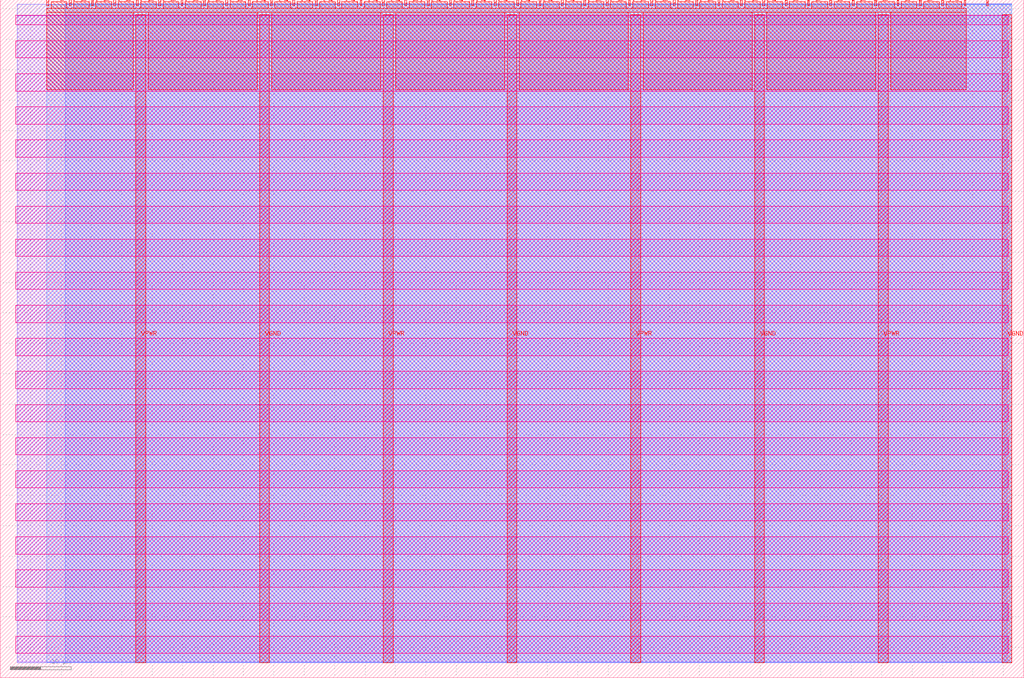
<source format=lef>
VERSION 5.7 ;
  NOWIREEXTENSIONATPIN ON ;
  DIVIDERCHAR "/" ;
  BUSBITCHARS "[]" ;
MACRO tt_um_factory_test
  CLASS BLOCK ;
  FOREIGN tt_um_factory_test ;
  ORIGIN 0.000 0.000 ;
  SIZE 168.360 BY 111.520 ;
  PIN VGND
    DIRECTION INOUT ;
    USE GROUND ;
    PORT
      LAYER met4 ;
        RECT 42.670 2.480 44.270 109.040 ;
    END
    PORT
      LAYER met4 ;
        RECT 83.380 2.480 84.980 109.040 ;
    END
    PORT
      LAYER met4 ;
        RECT 124.090 2.480 125.690 109.040 ;
    END
    PORT
      LAYER met4 ;
        RECT 164.800 2.480 166.400 109.040 ;
    END
  END VGND
  PIN VPWR
    DIRECTION INOUT ;
    USE POWER ;
    PORT
      LAYER met4 ;
        RECT 22.315 2.480 23.915 109.040 ;
    END
    PORT
      LAYER met4 ;
        RECT 63.025 2.480 64.625 109.040 ;
    END
    PORT
      LAYER met4 ;
        RECT 103.735 2.480 105.335 109.040 ;
    END
    PORT
      LAYER met4 ;
        RECT 144.445 2.480 146.045 109.040 ;
    END
  END VPWR
  PIN clk
    DIRECTION INPUT ;
    USE SIGNAL ;
    ANTENNAGATEAREA 0.852000 ;
    PORT
      LAYER met4 ;
        RECT 158.550 110.520 158.850 111.520 ;
    END
  END clk
  PIN ena
    DIRECTION INPUT ;
    USE SIGNAL ;
    PORT
      LAYER met4 ;
        RECT 162.230 110.520 162.530 111.520 ;
    END
  END ena
  PIN rst_n
    DIRECTION INPUT ;
    USE SIGNAL ;
    ANTENNAGATEAREA 0.196500 ;
    PORT
      LAYER met4 ;
        RECT 154.870 110.520 155.170 111.520 ;
    END
  END rst_n
  PIN ui_in[0]
    DIRECTION INPUT ;
    USE SIGNAL ;
    ANTENNAGATEAREA 0.196500 ;
    PORT
      LAYER met4 ;
        RECT 151.190 110.520 151.490 111.520 ;
    END
  END ui_in[0]
  PIN ui_in[1]
    DIRECTION INPUT ;
    USE SIGNAL ;
    PORT
      LAYER met4 ;
        RECT 147.510 110.520 147.810 111.520 ;
    END
  END ui_in[1]
  PIN ui_in[2]
    DIRECTION INPUT ;
    USE SIGNAL ;
    PORT
      LAYER met4 ;
        RECT 143.830 110.520 144.130 111.520 ;
    END
  END ui_in[2]
  PIN ui_in[3]
    DIRECTION INPUT ;
    USE SIGNAL ;
    PORT
      LAYER met4 ;
        RECT 140.150 110.520 140.450 111.520 ;
    END
  END ui_in[3]
  PIN ui_in[4]
    DIRECTION INPUT ;
    USE SIGNAL ;
    PORT
      LAYER met4 ;
        RECT 136.470 110.520 136.770 111.520 ;
    END
  END ui_in[4]
  PIN ui_in[5]
    DIRECTION INPUT ;
    USE SIGNAL ;
    PORT
      LAYER met4 ;
        RECT 132.790 110.520 133.090 111.520 ;
    END
  END ui_in[5]
  PIN ui_in[6]
    DIRECTION INPUT ;
    USE SIGNAL ;
    PORT
      LAYER met4 ;
        RECT 129.110 110.520 129.410 111.520 ;
    END
  END ui_in[6]
  PIN ui_in[7]
    DIRECTION INPUT ;
    USE SIGNAL ;
    PORT
      LAYER met4 ;
        RECT 125.430 110.520 125.730 111.520 ;
    END
  END ui_in[7]
  PIN uio_in[0]
    DIRECTION INPUT ;
    USE SIGNAL ;
    ANTENNAGATEAREA 0.196500 ;
    PORT
      LAYER met4 ;
        RECT 121.750 110.520 122.050 111.520 ;
    END
  END uio_in[0]
  PIN uio_in[1]
    DIRECTION INPUT ;
    USE SIGNAL ;
    ANTENNAGATEAREA 0.196500 ;
    PORT
      LAYER met4 ;
        RECT 118.070 110.520 118.370 111.520 ;
    END
  END uio_in[1]
  PIN uio_in[2]
    DIRECTION INPUT ;
    USE SIGNAL ;
    ANTENNAGATEAREA 0.196500 ;
    PORT
      LAYER met4 ;
        RECT 114.390 110.520 114.690 111.520 ;
    END
  END uio_in[2]
  PIN uio_in[3]
    DIRECTION INPUT ;
    USE SIGNAL ;
    ANTENNAGATEAREA 0.196500 ;
    PORT
      LAYER met4 ;
        RECT 110.710 110.520 111.010 111.520 ;
    END
  END uio_in[3]
  PIN uio_in[4]
    DIRECTION INPUT ;
    USE SIGNAL ;
    ANTENNAGATEAREA 0.196500 ;
    PORT
      LAYER met4 ;
        RECT 107.030 110.520 107.330 111.520 ;
    END
  END uio_in[4]
  PIN uio_in[5]
    DIRECTION INPUT ;
    USE SIGNAL ;
    ANTENNAGATEAREA 0.196500 ;
    PORT
      LAYER met4 ;
        RECT 103.350 110.520 103.650 111.520 ;
    END
  END uio_in[5]
  PIN uio_in[6]
    DIRECTION INPUT ;
    USE SIGNAL ;
    ANTENNAGATEAREA 0.196500 ;
    PORT
      LAYER met4 ;
        RECT 99.670 110.520 99.970 111.520 ;
    END
  END uio_in[6]
  PIN uio_in[7]
    DIRECTION INPUT ;
    USE SIGNAL ;
    ANTENNAGATEAREA 0.196500 ;
    PORT
      LAYER met4 ;
        RECT 95.990 110.520 96.290 111.520 ;
    END
  END uio_in[7]
  PIN uio_oe[0]
    DIRECTION OUTPUT TRISTATE ;
    USE SIGNAL ;
    ANTENNADIFFAREA 0.445500 ;
    PORT
      LAYER met4 ;
        RECT 33.430 110.520 33.730 111.520 ;
    END
  END uio_oe[0]
  PIN uio_oe[1]
    DIRECTION OUTPUT TRISTATE ;
    USE SIGNAL ;
    ANTENNADIFFAREA 0.445500 ;
    PORT
      LAYER met4 ;
        RECT 29.750 110.520 30.050 111.520 ;
    END
  END uio_oe[1]
  PIN uio_oe[2]
    DIRECTION OUTPUT TRISTATE ;
    USE SIGNAL ;
    ANTENNADIFFAREA 0.445500 ;
    PORT
      LAYER met4 ;
        RECT 26.070 110.520 26.370 111.520 ;
    END
  END uio_oe[2]
  PIN uio_oe[3]
    DIRECTION OUTPUT TRISTATE ;
    USE SIGNAL ;
    ANTENNADIFFAREA 0.445500 ;
    PORT
      LAYER met4 ;
        RECT 22.390 110.520 22.690 111.520 ;
    END
  END uio_oe[3]
  PIN uio_oe[4]
    DIRECTION OUTPUT TRISTATE ;
    USE SIGNAL ;
    ANTENNADIFFAREA 0.445500 ;
    PORT
      LAYER met4 ;
        RECT 18.710 110.520 19.010 111.520 ;
    END
  END uio_oe[4]
  PIN uio_oe[5]
    DIRECTION OUTPUT TRISTATE ;
    USE SIGNAL ;
    ANTENNADIFFAREA 0.445500 ;
    PORT
      LAYER met4 ;
        RECT 15.030 110.520 15.330 111.520 ;
    END
  END uio_oe[5]
  PIN uio_oe[6]
    DIRECTION OUTPUT TRISTATE ;
    USE SIGNAL ;
    ANTENNADIFFAREA 0.445500 ;
    PORT
      LAYER met4 ;
        RECT 11.350 110.520 11.650 111.520 ;
    END
  END uio_oe[6]
  PIN uio_oe[7]
    DIRECTION OUTPUT TRISTATE ;
    USE SIGNAL ;
    ANTENNADIFFAREA 0.445500 ;
    PORT
      LAYER met4 ;
        RECT 7.670 110.520 7.970 111.520 ;
    END
  END uio_oe[7]
  PIN uio_out[0]
    DIRECTION OUTPUT TRISTATE ;
    USE SIGNAL ;
    ANTENNADIFFAREA 0.445500 ;
    PORT
      LAYER met4 ;
        RECT 62.870 110.520 63.170 111.520 ;
    END
  END uio_out[0]
  PIN uio_out[1]
    DIRECTION OUTPUT TRISTATE ;
    USE SIGNAL ;
    ANTENNADIFFAREA 0.445500 ;
    PORT
      LAYER met4 ;
        RECT 59.190 110.520 59.490 111.520 ;
    END
  END uio_out[1]
  PIN uio_out[2]
    DIRECTION OUTPUT TRISTATE ;
    USE SIGNAL ;
    ANTENNADIFFAREA 0.445500 ;
    PORT
      LAYER met4 ;
        RECT 55.510 110.520 55.810 111.520 ;
    END
  END uio_out[2]
  PIN uio_out[3]
    DIRECTION OUTPUT TRISTATE ;
    USE SIGNAL ;
    ANTENNADIFFAREA 0.445500 ;
    PORT
      LAYER met4 ;
        RECT 51.830 110.520 52.130 111.520 ;
    END
  END uio_out[3]
  PIN uio_out[4]
    DIRECTION OUTPUT TRISTATE ;
    USE SIGNAL ;
    ANTENNADIFFAREA 0.445500 ;
    PORT
      LAYER met4 ;
        RECT 48.150 110.520 48.450 111.520 ;
    END
  END uio_out[4]
  PIN uio_out[5]
    DIRECTION OUTPUT TRISTATE ;
    USE SIGNAL ;
    ANTENNADIFFAREA 0.445500 ;
    PORT
      LAYER met4 ;
        RECT 44.470 110.520 44.770 111.520 ;
    END
  END uio_out[5]
  PIN uio_out[6]
    DIRECTION OUTPUT TRISTATE ;
    USE SIGNAL ;
    ANTENNADIFFAREA 0.795200 ;
    PORT
      LAYER met4 ;
        RECT 40.790 110.520 41.090 111.520 ;
    END
  END uio_out[6]
  PIN uio_out[7]
    DIRECTION OUTPUT TRISTATE ;
    USE SIGNAL ;
    ANTENNADIFFAREA 0.445500 ;
    PORT
      LAYER met4 ;
        RECT 37.110 110.520 37.410 111.520 ;
    END
  END uio_out[7]
  PIN uo_out[0]
    DIRECTION OUTPUT TRISTATE ;
    USE SIGNAL ;
    ANTENNADIFFAREA 0.795200 ;
    PORT
      LAYER met4 ;
        RECT 92.310 110.520 92.610 111.520 ;
    END
  END uo_out[0]
  PIN uo_out[1]
    DIRECTION OUTPUT TRISTATE ;
    USE SIGNAL ;
    ANTENNADIFFAREA 0.795200 ;
    PORT
      LAYER met4 ;
        RECT 88.630 110.520 88.930 111.520 ;
    END
  END uo_out[1]
  PIN uo_out[2]
    DIRECTION OUTPUT TRISTATE ;
    USE SIGNAL ;
    ANTENNADIFFAREA 0.795200 ;
    PORT
      LAYER met4 ;
        RECT 84.950 110.520 85.250 111.520 ;
    END
  END uo_out[2]
  PIN uo_out[3]
    DIRECTION OUTPUT TRISTATE ;
    USE SIGNAL ;
    ANTENNADIFFAREA 0.795200 ;
    PORT
      LAYER met4 ;
        RECT 81.270 110.520 81.570 111.520 ;
    END
  END uo_out[3]
  PIN uo_out[4]
    DIRECTION OUTPUT TRISTATE ;
    USE SIGNAL ;
    ANTENNADIFFAREA 0.445500 ;
    PORT
      LAYER met4 ;
        RECT 77.590 110.520 77.890 111.520 ;
    END
  END uo_out[4]
  PIN uo_out[5]
    DIRECTION OUTPUT TRISTATE ;
    USE SIGNAL ;
    ANTENNADIFFAREA 0.795200 ;
    PORT
      LAYER met4 ;
        RECT 73.910 110.520 74.210 111.520 ;
    END
  END uo_out[5]
  PIN uo_out[6]
    DIRECTION OUTPUT TRISTATE ;
    USE SIGNAL ;
    ANTENNADIFFAREA 0.795200 ;
    PORT
      LAYER met4 ;
        RECT 70.230 110.520 70.530 111.520 ;
    END
  END uo_out[6]
  PIN uo_out[7]
    DIRECTION OUTPUT TRISTATE ;
    USE SIGNAL ;
    ANTENNADIFFAREA 0.795200 ;
    PORT
      LAYER met4 ;
        RECT 66.550 110.520 66.850 111.520 ;
    END
  END uo_out[7]
  OBS
      LAYER nwell ;
        RECT 2.570 107.385 165.790 108.990 ;
        RECT 2.570 101.945 165.790 104.775 ;
        RECT 2.570 96.505 165.790 99.335 ;
        RECT 2.570 91.065 165.790 93.895 ;
        RECT 2.570 85.625 165.790 88.455 ;
        RECT 2.570 80.185 165.790 83.015 ;
        RECT 2.570 74.745 165.790 77.575 ;
        RECT 2.570 69.305 165.790 72.135 ;
        RECT 2.570 63.865 165.790 66.695 ;
        RECT 2.570 58.425 165.790 61.255 ;
        RECT 2.570 52.985 165.790 55.815 ;
        RECT 2.570 47.545 165.790 50.375 ;
        RECT 2.570 42.105 165.790 44.935 ;
        RECT 2.570 36.665 165.790 39.495 ;
        RECT 2.570 31.225 165.790 34.055 ;
        RECT 2.570 25.785 165.790 28.615 ;
        RECT 2.570 20.345 165.790 23.175 ;
        RECT 2.570 14.905 165.790 17.735 ;
        RECT 2.570 9.465 165.790 12.295 ;
        RECT 2.570 4.025 165.790 6.855 ;
      LAYER li1 ;
        RECT 2.760 2.635 165.600 108.885 ;
      LAYER met1 ;
        RECT 2.760 2.480 166.400 110.800 ;
      LAYER met2 ;
        RECT 10.670 2.535 166.370 110.830 ;
      LAYER met3 ;
        RECT 7.630 2.555 166.390 110.665 ;
      LAYER met4 ;
        RECT 8.370 110.120 10.950 111.170 ;
        RECT 12.050 110.120 14.630 111.170 ;
        RECT 15.730 110.120 18.310 111.170 ;
        RECT 19.410 110.120 21.990 111.170 ;
        RECT 23.090 110.120 25.670 111.170 ;
        RECT 26.770 110.120 29.350 111.170 ;
        RECT 30.450 110.120 33.030 111.170 ;
        RECT 34.130 110.120 36.710 111.170 ;
        RECT 37.810 110.120 40.390 111.170 ;
        RECT 41.490 110.120 44.070 111.170 ;
        RECT 45.170 110.120 47.750 111.170 ;
        RECT 48.850 110.120 51.430 111.170 ;
        RECT 52.530 110.120 55.110 111.170 ;
        RECT 56.210 110.120 58.790 111.170 ;
        RECT 59.890 110.120 62.470 111.170 ;
        RECT 63.570 110.120 66.150 111.170 ;
        RECT 67.250 110.120 69.830 111.170 ;
        RECT 70.930 110.120 73.510 111.170 ;
        RECT 74.610 110.120 77.190 111.170 ;
        RECT 78.290 110.120 80.870 111.170 ;
        RECT 81.970 110.120 84.550 111.170 ;
        RECT 85.650 110.120 88.230 111.170 ;
        RECT 89.330 110.120 91.910 111.170 ;
        RECT 93.010 110.120 95.590 111.170 ;
        RECT 96.690 110.120 99.270 111.170 ;
        RECT 100.370 110.120 102.950 111.170 ;
        RECT 104.050 110.120 106.630 111.170 ;
        RECT 107.730 110.120 110.310 111.170 ;
        RECT 111.410 110.120 113.990 111.170 ;
        RECT 115.090 110.120 117.670 111.170 ;
        RECT 118.770 110.120 121.350 111.170 ;
        RECT 122.450 110.120 125.030 111.170 ;
        RECT 126.130 110.120 128.710 111.170 ;
        RECT 129.810 110.120 132.390 111.170 ;
        RECT 133.490 110.120 136.070 111.170 ;
        RECT 137.170 110.120 139.750 111.170 ;
        RECT 140.850 110.120 143.430 111.170 ;
        RECT 144.530 110.120 147.110 111.170 ;
        RECT 148.210 110.120 150.790 111.170 ;
        RECT 151.890 110.120 154.470 111.170 ;
        RECT 155.570 110.120 158.150 111.170 ;
        RECT 7.655 109.440 158.865 110.120 ;
        RECT 7.655 96.735 21.915 109.440 ;
        RECT 24.315 96.735 42.270 109.440 ;
        RECT 44.670 96.735 62.625 109.440 ;
        RECT 65.025 96.735 82.980 109.440 ;
        RECT 85.380 96.735 103.335 109.440 ;
        RECT 105.735 96.735 123.690 109.440 ;
        RECT 126.090 96.735 144.045 109.440 ;
        RECT 146.445 96.735 158.865 109.440 ;
  END
END tt_um_factory_test
END LIBRARY


</source>
